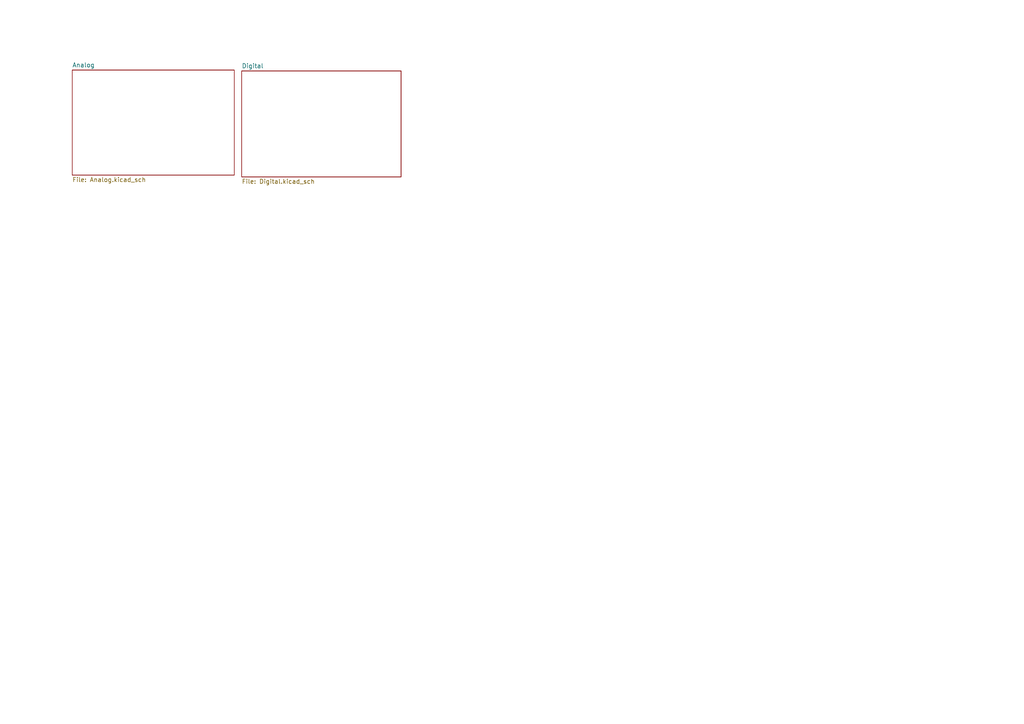
<source format=kicad_sch>
(kicad_sch
	(version 20250114)
	(generator "eeschema")
	(generator_version "9.0")
	(uuid "bc3da82e-d0a7-49a6-b9ec-ecd2040670ff")
	(paper "A4")
	(lib_symbols)
	(sheet
		(at 20.955 20.32)
		(size 46.99 30.48)
		(exclude_from_sim no)
		(in_bom yes)
		(on_board yes)
		(dnp no)
		(fields_autoplaced yes)
		(stroke
			(width 0.1524)
			(type solid)
		)
		(fill
			(color 0 0 0 0.0000)
		)
		(uuid "3aa5a90d-1712-4ed6-8a31-c8d55dd0f37d")
		(property "Sheetname" "Analog"
			(at 20.955 19.6084 0)
			(effects
				(font
					(size 1.27 1.27)
				)
				(justify left bottom)
			)
		)
		(property "Sheetfile" "Analog.kicad_sch"
			(at 20.955 51.3846 0)
			(effects
				(font
					(size 1.27 1.27)
				)
				(justify left top)
			)
		)
		(instances
			(project "HandymanSchematic_F4"
				(path "/bc3da82e-d0a7-49a6-b9ec-ecd2040670ff"
					(page "2")
				)
			)
		)
	)
	(sheet
		(at 70.104 20.574)
		(size 46.228 30.734)
		(exclude_from_sim no)
		(in_bom yes)
		(on_board yes)
		(dnp no)
		(fields_autoplaced yes)
		(stroke
			(width 0.1524)
			(type solid)
		)
		(fill
			(color 0 0 0 0.0000)
		)
		(uuid "887caaef-7a77-44c5-aff2-1e54e61c47e4")
		(property "Sheetname" "Digital"
			(at 70.104 19.8624 0)
			(effects
				(font
					(size 1.27 1.27)
				)
				(justify left bottom)
			)
		)
		(property "Sheetfile" "Digital.kicad_sch"
			(at 70.104 51.8926 0)
			(effects
				(font
					(size 1.27 1.27)
				)
				(justify left top)
			)
		)
		(instances
			(project "HandymanSchematic_F4"
				(path "/bc3da82e-d0a7-49a6-b9ec-ecd2040670ff"
					(page "3")
				)
			)
		)
	)
	(sheet_instances
		(path "/"
			(page "1")
		)
	)
	(embedded_fonts no)
)

</source>
